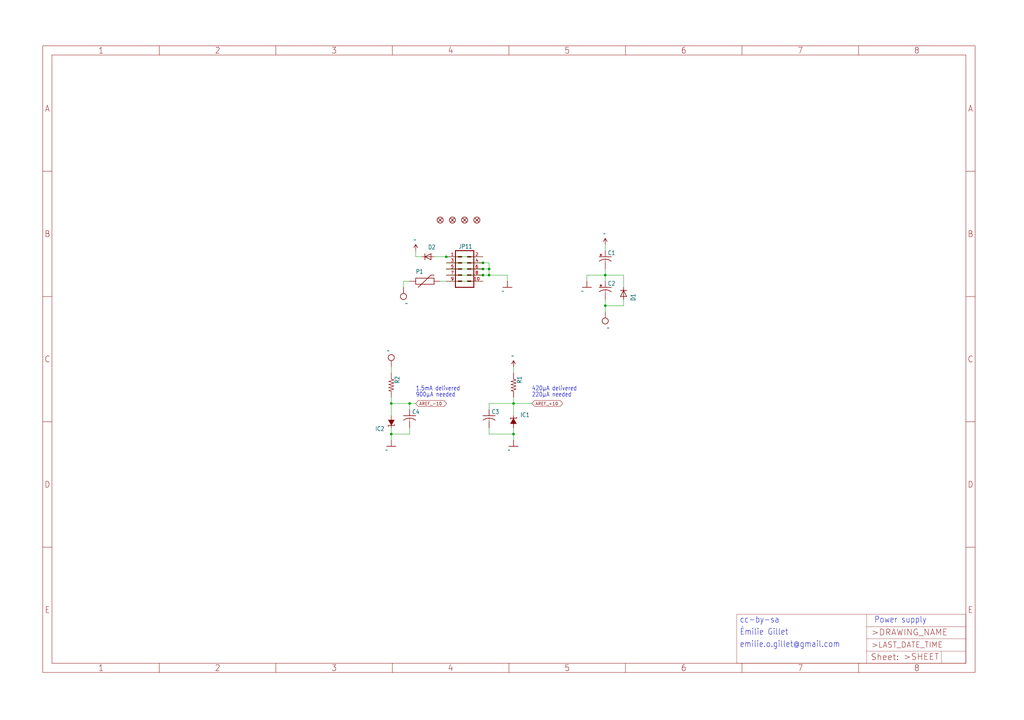
<source format=kicad_sch>
(kicad_sch (version 20211123) (generator eeschema)
  (paper "User" 425.45 299.161)
  (lib_symbols
    (symbol "shelves_v05-eagle-import:A3L-LOC"
      (symbol "A3L-LOC_0_0"
        (polyline (pts (xy 0 52.07) (xy 3.81 52.07)))
        (polyline (pts (xy 0 104.14) (xy 3.81 104.14)))
        (polyline (pts (xy 0 156.21) (xy 3.81 156.21)))
        (polyline (pts (xy 0 208.28) (xy 3.81 208.28)))
        (polyline (pts (xy 3.81 3.81) (xy 3.81 256.54)))
        (polyline (pts (xy 48.4188 0) (xy 48.4188 3.81)))
        (polyline (pts (xy 48.4188 256.54) (xy 48.4188 260.35)))
        (polyline (pts (xy 96.8375 0) (xy 96.8375 3.81)))
        (polyline (pts (xy 96.8375 256.54) (xy 96.8375 260.35)))
        (polyline (pts (xy 145.2563 0) (xy 145.2563 3.81)))
        (polyline (pts (xy 145.2563 256.54) (xy 145.2563 260.35)))
        (polyline (pts (xy 193.675 0) (xy 193.675 3.81)))
        (polyline (pts (xy 193.675 256.54) (xy 193.675 260.35)))
        (polyline (pts (xy 242.0938 0) (xy 242.0938 3.81)))
        (polyline (pts (xy 242.0938 256.54) (xy 242.0938 260.35)))
        (polyline (pts (xy 290.5125 0) (xy 290.5125 3.81)))
        (polyline (pts (xy 290.5125 256.54) (xy 290.5125 260.35)))
        (polyline (pts (xy 338.9313 0) (xy 338.9313 3.81)))
        (polyline (pts (xy 338.9313 256.54) (xy 338.9313 260.35)))
        (polyline (pts (xy 383.54 3.81) (xy 3.81 3.81)))
        (polyline (pts (xy 383.54 3.81) (xy 383.54 256.54)))
        (polyline (pts (xy 383.54 52.07) (xy 387.35 52.07)))
        (polyline (pts (xy 383.54 104.14) (xy 387.35 104.14)))
        (polyline (pts (xy 383.54 156.21) (xy 387.35 156.21)))
        (polyline (pts (xy 383.54 208.28) (xy 387.35 208.28)))
        (polyline (pts (xy 383.54 256.54) (xy 3.81 256.54)))
        (polyline (pts (xy 0 0) (xy 387.35 0) (xy 387.35 260.35) (xy 0 260.35) (xy 0 0)))
        (text "1" (at 24.2094 1.905 0) (effects (font (size 2.54 2.286))))
        (text "1" (at 24.2094 258.445 0) (effects (font (size 2.54 2.286))))
        (text "2" (at 72.6281 1.905 0) (effects (font (size 2.54 2.286))))
        (text "2" (at 72.6281 258.445 0) (effects (font (size 2.54 2.286))))
        (text "3" (at 121.0469 1.905 0) (effects (font (size 2.54 2.286))))
        (text "3" (at 121.0469 258.445 0) (effects (font (size 2.54 2.286))))
        (text "4" (at 169.4656 1.905 0) (effects (font (size 2.54 2.286))))
        (text "4" (at 169.4656 258.445 0) (effects (font (size 2.54 2.286))))
        (text "5" (at 217.8844 1.905 0) (effects (font (size 2.54 2.286))))
        (text "5" (at 217.8844 258.445 0) (effects (font (size 2.54 2.286))))
        (text "6" (at 266.3031 1.905 0) (effects (font (size 2.54 2.286))))
        (text "6" (at 266.3031 258.445 0) (effects (font (size 2.54 2.286))))
        (text "7" (at 314.7219 1.905 0) (effects (font (size 2.54 2.286))))
        (text "7" (at 314.7219 258.445 0) (effects (font (size 2.54 2.286))))
        (text "8" (at 363.1406 1.905 0) (effects (font (size 2.54 2.286))))
        (text "8" (at 363.1406 258.445 0) (effects (font (size 2.54 2.286))))
        (text "A" (at 1.905 234.315 0) (effects (font (size 2.54 2.286))))
        (text "A" (at 385.445 234.315 0) (effects (font (size 2.54 2.286))))
        (text "B" (at 1.905 182.245 0) (effects (font (size 2.54 2.286))))
        (text "B" (at 385.445 182.245 0) (effects (font (size 2.54 2.286))))
        (text "C" (at 1.905 130.175 0) (effects (font (size 2.54 2.286))))
        (text "C" (at 385.445 130.175 0) (effects (font (size 2.54 2.286))))
        (text "D" (at 1.905 78.105 0) (effects (font (size 2.54 2.286))))
        (text "D" (at 385.445 78.105 0) (effects (font (size 2.54 2.286))))
        (text "E" (at 1.905 26.035 0) (effects (font (size 2.54 2.286))))
        (text "E" (at 385.445 26.035 0) (effects (font (size 2.54 2.286))))
      )
      (symbol "A3L-LOC_1_0"
        (polyline (pts (xy 288.29 3.81) (xy 288.29 24.13)) (stroke (width 0.1016)))
        (polyline (pts (xy 288.29 3.81) (xy 342.265 3.81)) (stroke (width 0.1016)))
        (polyline (pts (xy 288.29 24.13) (xy 342.265 24.13)) (stroke (width 0.1016)))
        (polyline (pts (xy 342.265 3.81) (xy 373.38 3.81)) (stroke (width 0.1016)))
        (polyline (pts (xy 342.265 8.89) (xy 342.265 3.81)) (stroke (width 0.1016)))
        (polyline (pts (xy 342.265 8.89) (xy 342.265 13.97)) (stroke (width 0.1016)))
        (polyline (pts (xy 342.265 13.97) (xy 342.265 19.05)) (stroke (width 0.1016)))
        (polyline (pts (xy 342.265 13.97) (xy 383.54 13.97)) (stroke (width 0.1016)))
        (polyline (pts (xy 342.265 19.05) (xy 342.265 24.13)) (stroke (width 0.1016)))
        (polyline (pts (xy 342.265 19.05) (xy 383.54 19.05)) (stroke (width 0.1016)))
        (polyline (pts (xy 342.265 24.13) (xy 383.54 24.13)) (stroke (width 0.1016)))
        (polyline (pts (xy 373.38 3.81) (xy 373.38 8.89)) (stroke (width 0.1016)))
        (polyline (pts (xy 373.38 3.81) (xy 383.54 3.81)) (stroke (width 0.1016)))
        (polyline (pts (xy 373.38 8.89) (xy 342.265 8.89)) (stroke (width 0.1016)))
        (polyline (pts (xy 373.38 8.89) (xy 383.54 8.89)) (stroke (width 0.1016)))
        (polyline (pts (xy 383.54 3.81) (xy 383.54 8.89)) (stroke (width 0.1016)))
        (polyline (pts (xy 383.54 8.89) (xy 383.54 13.97)) (stroke (width 0.1016)))
        (polyline (pts (xy 383.54 13.97) (xy 383.54 19.05)) (stroke (width 0.1016)))
        (polyline (pts (xy 383.54 19.05) (xy 383.54 24.13)) (stroke (width 0.1016)))
        (text ">DRAWING_NAME" (at 344.17 15.24 0) (effects (font (size 2.54 2.54)) (justify left bottom)))
        (text ">LAST_DATE_TIME" (at 344.17 10.16 0) (effects (font (size 2.286 2.286)) (justify left bottom)))
        (text ">SHEET" (at 357.505 5.08 0) (effects (font (size 2.54 2.54)) (justify left bottom)))
        (text "Sheet:" (at 343.916 4.953 0) (effects (font (size 2.54 2.54)) (justify left bottom)))
      )
    )
    (symbol "shelves_v05-eagle-import:C-USC0603"
      (property "Reference" "C" (at 1.016 0.635 0))
      (property "Value" "C-USC0603" (at 1.016 -4.191 0))
      (symbol "C-USC0603_1_0"
        (arc (start 0 -1.0161) (mid -1.302 -1.2303) (end -2.4668 -1.8504) (stroke (width 0.254)))
        (polyline (pts (xy -2.54 0) (xy 2.54 0)) (stroke (width 0.254)))
        (polyline (pts (xy 0 -1.016) (xy 0 -2.54)) (stroke (width 0.1524)))
        (arc (start 2.4892 -1.8542) (mid 1.3158 -1.2195) (end 0 -1) (stroke (width 0.254)))
        (pin passive line (at 0 2.54 270) (length 2.54) (name "1") (number "1"))
        (pin passive line (at 0 -5.08 90) (length 2.54) (name "2") (number "2"))
      )
    )
    (symbol "shelves_v05-eagle-import:CPOL-USC"
      (property "Reference" "C" (at 1.016 0.635 0))
      (property "Value" "CPOL-USC" (at 1.016 -4.191 0))
      (symbol "CPOL-USC_1_0"
        (rectangle (start -2.253 0.668) (end -1.364 0.795) (fill (type outline)))
        (rectangle (start -1.872 0.287) (end -1.745 1.176) (fill (type outline)))
        (arc (start 0 -1.0161) (mid -1.3021 -1.2302) (end -2.4669 -1.8504) (stroke (width 0.254)))
        (polyline (pts (xy -2.54 0) (xy 2.54 0)) (stroke (width 0.254)))
        (polyline (pts (xy 0 -1.016) (xy 0 -2.54)) (stroke (width 0.1524)))
        (arc (start 2.4892 -1.8542) (mid 1.3158 -1.2195) (end 0 -1) (stroke (width 0.254)))
        (pin passive line (at 0 2.54 270) (length 2.54) (name "+") (number "+"))
        (pin passive line (at 0 -5.08 90) (length 2.54) (name "-") (number "-"))
      )
    )
    (symbol "shelves_v05-eagle-import:DIODE-SOD123"
      (property "Reference" "D" (at 2.54 0.4826 0))
      (property "Value" "DIODE-SOD123" (at 2.54 -2.3114 0))
      (symbol "DIODE-SOD123_1_0"
        (polyline (pts (xy -1.27 -1.27) (xy 1.27 0)) (stroke (width 0.254)))
        (polyline (pts (xy -1.27 1.27) (xy -1.27 -1.27)) (stroke (width 0.254)))
        (polyline (pts (xy 1.27 0) (xy -1.27 1.27)) (stroke (width 0.254)))
        (polyline (pts (xy 1.27 0) (xy 1.27 -1.27)) (stroke (width 0.254)))
        (polyline (pts (xy 1.27 1.27) (xy 1.27 0)) (stroke (width 0.254)))
        (pin passive line (at -2.54 0 0) (length 2.54) (name "A") (number "A"))
        (pin passive line (at 2.54 0 180) (length 2.54) (name "C") (number "C"))
      )
    )
    (symbol "shelves_v05-eagle-import:FIDUCIAL1X2"
      (symbol "FIDUCIAL1X2_1_0"
        (polyline (pts (xy -0.762 0.762) (xy 0.762 -0.762)) (stroke (width 0.254)))
        (polyline (pts (xy 0.762 0.762) (xy -0.762 -0.762)) (stroke (width 0.254)))
        (circle (center 0 0) (radius 1.27) (stroke (width 0.254)))
      )
    )
    (symbol "shelves_v05-eagle-import:GND" (power)
      (property "Value" "GND" (at -2.54 -2.54 0))
      (symbol "GND_1_0"
        (polyline (pts (xy -1.905 0) (xy 1.905 0)) (stroke (width 0.254)))
        (pin power_in line (at 0 2.54 270) (length 2.54) (name "GND") (number "1"))
      )
    )
    (symbol "shelves_v05-eagle-import:LM4041DBZ"
      (property "Reference" "IC" (at 2.794 1.905 0))
      (property "Value" "LM4041DBZ" (at 2.794 -0.889 0))
      (symbol "LM4041DBZ_1_0"
        (polyline (pts (xy -1.27 1.524) (xy -1.27 1.143)) (stroke (width 0.254)))
        (polyline (pts (xy 0 1.524) (xy -1.27 1.524)) (stroke (width 0.254)))
        (polyline (pts (xy 1.27 1.524) (xy 0 1.524)) (stroke (width 0.254)))
        (polyline (pts (xy 1.27 1.905) (xy 1.27 1.524)) (stroke (width 0.254)))
        (polyline (pts (xy 0 1.524) (xy -1.27 -0.762) (xy 1.27 -0.762)) (fill (type outline)))
        (pin passive line (at 0 2.54 270) (length 2.54) (name "C") (number "1"))
        (pin passive line (at 0 -2.54 90) (length 2.54) (name "A") (number "2"))
      )
    )
    (symbol "shelves_v05-eagle-import:M05X2PTH"
      (property "Reference" "JP" (at -2.54 8.382 0))
      (property "Value" "M05X2PTH" (at -2.54 -10.16 0))
      (symbol "M05X2PTH_1_0"
        (polyline (pts (xy -3.81 7.62) (xy -3.81 -7.62)) (stroke (width 0.4064)))
        (polyline (pts (xy -3.81 7.62) (xy 3.81 7.62)) (stroke (width 0.4064)))
        (polyline (pts (xy -1.27 -5.08) (xy -2.54 -5.08)) (stroke (width 0.6096)))
        (polyline (pts (xy -1.27 -2.54) (xy -2.54 -2.54)) (stroke (width 0.6096)))
        (polyline (pts (xy -1.27 0) (xy -2.54 0)) (stroke (width 0.6096)))
        (polyline (pts (xy -1.27 2.54) (xy -2.54 2.54)) (stroke (width 0.6096)))
        (polyline (pts (xy -1.27 5.08) (xy -2.54 5.08)) (stroke (width 0.6096)))
        (polyline (pts (xy 1.27 -5.08) (xy 2.54 -5.08)) (stroke (width 0.6096)))
        (polyline (pts (xy 1.27 -2.54) (xy 2.54 -2.54)) (stroke (width 0.6096)))
        (polyline (pts (xy 1.27 0) (xy 2.54 0)) (stroke (width 0.6096)))
        (polyline (pts (xy 1.27 2.54) (xy 2.54 2.54)) (stroke (width 0.6096)))
        (polyline (pts (xy 1.27 5.08) (xy 2.54 5.08)) (stroke (width 0.6096)))
        (polyline (pts (xy 3.81 -7.62) (xy -3.81 -7.62)) (stroke (width 0.4064)))
        (polyline (pts (xy 3.81 -7.62) (xy 3.81 7.62)) (stroke (width 0.4064)))
        (pin passive line (at -7.62 5.08 0) (length 5.08) (name "1") (number "1"))
        (pin passive line (at 7.62 -5.08 180) (length 5.08) (name "10") (number "10"))
        (pin passive line (at 7.62 5.08 180) (length 5.08) (name "2") (number "2"))
        (pin passive line (at -7.62 2.54 0) (length 5.08) (name "3") (number "3"))
        (pin passive line (at 7.62 2.54 180) (length 5.08) (name "4") (number "4"))
        (pin passive line (at -7.62 0 0) (length 5.08) (name "5") (number "5"))
        (pin passive line (at 7.62 0 180) (length 5.08) (name "6") (number "6"))
        (pin passive line (at -7.62 -2.54 0) (length 5.08) (name "7") (number "7"))
        (pin passive line (at 7.62 -2.54 180) (length 5.08) (name "8") (number "8"))
        (pin passive line (at -7.62 -5.08 0) (length 5.08) (name "9") (number "9"))
      )
    )
    (symbol "shelves_v05-eagle-import:PTCSMD"
      (property "Reference" "F" (at -2.54 3.048 0))
      (property "Value" "PTCSMD" (at -3.302 -5.08 0))
      (symbol "PTCSMD_1_0"
        (polyline (pts (xy -2.54 -1.27) (xy -2.54 1.27)) (stroke (width 0.254)))
        (polyline (pts (xy -2.54 1.27) (xy 5.08 1.27)) (stroke (width 0.254)))
        (polyline (pts (xy -1.524 -2.54) (xy 3.81 2.54)) (stroke (width 0.254)))
        (polyline (pts (xy 3.81 2.54) (xy 5.08 2.54)) (stroke (width 0.254)))
        (polyline (pts (xy 5.08 -1.27) (xy -2.54 -1.27)) (stroke (width 0.254)))
        (polyline (pts (xy 5.08 1.27) (xy 5.08 -1.27)) (stroke (width 0.254)))
        (pin bidirectional line (at -5.08 0 0) (length 2.54) (name "1") (number "1"))
        (pin bidirectional line (at 7.62 0 180) (length 2.54) (name "2") (number "2"))
      )
    )
    (symbol "shelves_v05-eagle-import:R-US_R0603"
      (property "Reference" "R" (at -3.81 1.4986 0))
      (property "Value" "R-US_R0603" (at -3.81 -3.302 0))
      (symbol "R-US_R0603_1_0"
        (polyline (pts (xy -2.54 0) (xy -2.159 1.016)) (stroke (width 0.2032)))
        (polyline (pts (xy -2.159 1.016) (xy -1.524 -1.016)) (stroke (width 0.2032)))
        (polyline (pts (xy -1.524 -1.016) (xy -0.889 1.016)) (stroke (width 0.2032)))
        (polyline (pts (xy -0.889 1.016) (xy -0.254 -1.016)) (stroke (width 0.2032)))
        (polyline (pts (xy -0.254 -1.016) (xy 0.381 1.016)) (stroke (width 0.2032)))
        (polyline (pts (xy 0.381 1.016) (xy 1.016 -1.016)) (stroke (width 0.2032)))
        (polyline (pts (xy 1.016 -1.016) (xy 1.651 1.016)) (stroke (width 0.2032)))
        (polyline (pts (xy 1.651 1.016) (xy 2.286 -1.016)) (stroke (width 0.2032)))
        (polyline (pts (xy 2.286 -1.016) (xy 2.54 0)) (stroke (width 0.2032)))
        (pin passive line (at -5.08 0 0) (length 2.54) (name "1") (number "1"))
        (pin passive line (at 5.08 0 180) (length 2.54) (name "2") (number "2"))
      )
    )
    (symbol "shelves_v05-eagle-import:VCC" (power)
      (property "Value" "VCC" (at -1.016 3.556 0))
      (symbol "VCC_1_0"
        (polyline (pts (xy 0 2.54) (xy -0.762 1.27)) (stroke (width 0.254)))
        (polyline (pts (xy 0.762 1.27) (xy 0 2.54)) (stroke (width 0.254)))
        (pin power_in line (at 0 0 90) (length 2.54) (name "VCC") (number "1"))
      )
    )
    (symbol "shelves_v05-eagle-import:VEE" (power)
      (property "Value" "VEE" (at -1.905 3.175 0))
      (symbol "VEE_1_0"
        (circle (center 0 1.27) (radius 1.27) (stroke (width 0.254)))
        (pin power_in line (at 0 -2.54 90) (length 2.54) (name "VEE") (number "1"))
      )
    )
  )
  (junction (at 162.56 180.34))
  (junction (at 251.46 114.3))
  (junction (at 200.66 111.76))
  (junction (at 203.2 111.76))
  (junction (at 213.36 180.34))
  (junction (at 200.66 109.22))
  (junction (at 213.36 167.64))
  (junction (at 170.18 167.64))
  (junction (at 162.56 167.64))
  (junction (at 251.46 127))
  (junction (at 200.66 114.3))
  (junction (at 203.2 114.3))
  (junction (at 185.42 106.68))
  (wire (pts (xy 213.36 180.34) (xy 213.36 177.8)))
  (wire (pts (xy 259.08 114.3) (xy 259.08 119.38)))
  (wire (pts (xy 200.66 111.76) (xy 185.42 111.76)))
  (wire (pts (xy 185.42 116.84) (xy 200.66 116.84)))
  (wire (pts (xy 182.88 116.84) (xy 185.42 116.84)))
  (wire (pts (xy 203.2 177.8) (xy 203.2 180.34)))
  (wire (pts (xy 162.56 154.94) (xy 162.56 152.4)))
  (wire (pts (xy 251.46 111.76) (xy 251.46 114.3)))
  (wire (pts (xy 251.46 104.14) (xy 251.46 101.6)))
  (wire (pts (xy 251.46 114.3) (xy 259.08 114.3)))
  (wire (pts (xy 213.36 154.94) (xy 213.36 152.4)))
  (wire (pts (xy 213.36 167.64) (xy 213.36 165.1)))
  (wire (pts (xy 213.36 172.72) (xy 213.36 167.64)))
  (wire (pts (xy 251.46 127) (xy 259.08 127)))
  (wire (pts (xy 162.56 167.64) (xy 162.56 165.1)))
  (wire (pts (xy 200.66 109.22) (xy 203.2 109.22)))
  (wire (pts (xy 203.2 111.76) (xy 203.2 114.3)))
  (wire (pts (xy 185.42 106.68) (xy 200.66 106.68)))
  (wire (pts (xy 251.46 114.3) (xy 251.46 116.84)))
  (wire (pts (xy 213.36 180.34) (xy 203.2 180.34)))
  (wire (pts (xy 170.18 167.64) (xy 162.56 167.64)))
  (wire (pts (xy 170.18 167.64) (xy 172.72 167.64)))
  (wire (pts (xy 162.56 172.72) (xy 162.56 167.64)))
  (wire (pts (xy 167.64 116.84) (xy 167.64 119.38)))
  (wire (pts (xy 203.2 111.76) (xy 200.66 111.76)))
  (wire (pts (xy 259.08 127) (xy 259.08 124.46)))
  (wire (pts (xy 251.46 124.46) (xy 251.46 127)))
  (wire (pts (xy 162.56 177.8) (xy 162.56 180.34)))
  (wire (pts (xy 172.72 106.68) (xy 172.72 104.14)))
  (wire (pts (xy 203.2 170.18) (xy 203.2 167.64)))
  (wire (pts (xy 251.46 114.3) (xy 243.84 114.3)))
  (wire (pts (xy 162.56 180.34) (xy 170.18 180.34)))
  (wire (pts (xy 213.36 180.34) (xy 213.36 182.88)))
  (wire (pts (xy 180.34 106.68) (xy 185.42 106.68)))
  (wire (pts (xy 213.36 167.64) (xy 220.98 167.64)))
  (wire (pts (xy 170.18 177.8) (xy 170.18 180.34)))
  (wire (pts (xy 203.2 109.22) (xy 203.2 111.76)))
  (wire (pts (xy 170.18 116.84) (xy 167.64 116.84)))
  (wire (pts (xy 172.72 106.68) (xy 175.26 106.68)))
  (wire (pts (xy 200.66 114.3) (xy 203.2 114.3)))
  (wire (pts (xy 210.82 114.3) (xy 210.82 116.84)))
  (wire (pts (xy 162.56 180.34) (xy 162.56 182.88)))
  (wire (pts (xy 251.46 127) (xy 251.46 129.54)))
  (wire (pts (xy 185.42 114.3) (xy 200.66 114.3)))
  (wire (pts (xy 185.42 109.22) (xy 200.66 109.22)))
  (wire (pts (xy 170.18 167.64) (xy 170.18 170.18)))
  (wire (pts (xy 243.84 114.3) (xy 243.84 116.84)))
  (wire (pts (xy 203.2 114.3) (xy 210.82 114.3)))
  (wire (pts (xy 203.2 167.64) (xy 213.36 167.64)))
  (text "Émilie Gillet" (at 307.34 264.16 180) (effects (font (size 2.54 2.159)) (justify left bottom)))
  (text "420µA delivered" (at 220.98 162.56 180) (effects (font (size 1.778 1.5113)) (justify left bottom)))
  (text "900µA needed" (at 172.72 165.1 180) (effects (font (size 1.778 1.5113)) (justify left bottom)))
  (text "220µA needed" (at 220.98 165.1 180) (effects (font (size 1.778 1.5113)) (justify left bottom)))
  (text "emilie.o.gillet@gmail.com" (at 307.34 269.24 180) (effects (font (size 2.54 2.159)) (justify left bottom)))
  (text "Power supply" (at 363.22 259.08 180) (effects (font (size 2.54 2.159)) (justify left bottom)))
  (text "cc-by-sa" (at 307.34 259.08 180) (effects (font (size 2.54 2.159)) (justify left bottom)))
  (text "1.5mA delivered" (at 172.72 162.56 180) (effects (font (size 1.778 1.5113)) (justify left bottom)))
  (global_label "AREF_+10" (shape bidirectional) (at 220.98 167.64 0) (effects (font (size 1.2446 1.2446))) (property "Intersheet References" "${INTERSHEET_REFS}" (effects hide)))
  (global_label "AREF_-10" (shape bidirectional) (at 172.72 167.64 0) (effects (font (size 1.2446 1.2446))) (property "Intersheet References" "${INTERSHEET_REFS}" (effects hide)))
  (symbol (lib_id "shelves_v05-eagle-import:GND") (at 243.84 119.38 0) (unit 1)
    (property "Reference" "#GND24" (effects hide))
  )
  (symbol (lib_id "shelves_v05-eagle-import:FIDUCIAL1X2") (at 187.96 91.44 0) (unit 1)
    (property "Reference" "JP4" (effects hide))
  )
  (symbol (lib_id "shelves_v05-eagle-import:CPOL-USC") (at 251.46 119.38 0) (unit 1)
    (property "Reference" "C2" (at 252.476 118.745 0) (effects (font (size 1.778 1.5113)) (justify left bottom)))
  )
  (symbol (lib_id "shelves_v05-eagle-import:VCC") (at 172.72 104.14 0) (unit 1)
    (property "Reference" "#P+2" (effects hide))
  )
  (symbol (lib_id "shelves_v05-eagle-import:GND") (at 162.56 185.42 0) (unit 1)
    (property "Reference" "#GND69" (effects hide))
  )
  (symbol (lib_id "shelves_v05-eagle-import:VEE") (at 167.64 121.92 180) (unit 1)
    (property "Reference" "#SUPPLY2" (effects hide))
  )
  (symbol (lib_id "shelves_v05-eagle-import:DIODE-SOD123") (at 177.8 106.68 180) (unit 1)
    (property "Reference" "D2" (at 177.8 103.6574 0) (effects (font (size 1.778 1.5113)) (justify right top)))
  )
  (symbol (lib_id "shelves_v05-eagle-import:VCC") (at 251.46 101.6 0) (unit 1)
    (property "Reference" "#P+3" (effects hide))
  )
  (symbol (lib_id "shelves_v05-eagle-import:C-USC0603") (at 203.2 172.72 0) (unit 1)
    (property "Reference" "C3" (at 204.216 172.085 0) (effects (font (size 1.778 1.5113)) (justify left bottom)))
  )
  (symbol (lib_id "shelves_v05-eagle-import:CPOL-USC") (at 251.46 106.68 0) (unit 1)
    (property "Reference" "C1" (at 252.476 106.045 0) (effects (font (size 1.778 1.5113)) (justify left bottom)))
  )
  (symbol (lib_id "shelves_v05-eagle-import:R-US_R0603") (at 162.56 160.02 270) (unit 1)
    (property "Reference" "R2" (at 164.0586 156.21 0) (effects (font (size 1.778 1.5113)) (justify left bottom)))
  )
  (symbol (lib_id "shelves_v05-eagle-import:M05X2PTH") (at 193.04 111.76 0) (unit 1)
    (property "Reference" "JP11" (at 190.5 103.378 0) (effects (font (size 1.778 1.5113)) (justify left bottom)))
  )
  (symbol (lib_id "shelves_v05-eagle-import:FIDUCIAL1X2") (at 182.88 91.44 0) (unit 1)
    (property "Reference" "JP3" (effects hide))
  )
  (symbol (lib_id "shelves_v05-eagle-import:FIDUCIAL1X2") (at 193.04 91.44 0) (unit 1)
    (property "Reference" "JP2" (effects hide))
  )
  (symbol (lib_id "shelves_v05-eagle-import:VEE") (at 251.46 132.08 180) (unit 1)
    (property "Reference" "#SUPPLY3" (effects hide))
  )
  (symbol (lib_id "shelves_v05-eagle-import:LM4041DBZ") (at 213.36 175.26 0) (unit 1)
    (property "Reference" "IC1" (at 216.154 173.355 0) (effects (font (size 1.778 1.5113)) (justify left bottom)))
  )
  (symbol (lib_id "shelves_v05-eagle-import:PTCSMD") (at 175.26 116.84 0) (unit 1)
    (property "Reference" "P1" (at 172.72 113.792 0) (effects (font (size 1.778 1.5113)) (justify left bottom)))
  )
  (symbol (lib_id "shelves_v05-eagle-import:GND") (at 210.82 119.38 0) (unit 1)
    (property "Reference" "#GND23" (effects hide))
  )
  (symbol (lib_id "shelves_v05-eagle-import:LM4041DBZ") (at 162.56 175.26 180) (unit 1)
    (property "Reference" "IC2" (at 159.766 177.165 0) (effects (font (size 1.778 1.5113)) (justify left bottom)))
  )
  (symbol (lib_id "shelves_v05-eagle-import:C-USC0603") (at 170.18 172.72 0) (unit 1)
    (property "Reference" "C4" (at 171.196 172.085 0) (effects (font (size 1.778 1.5113)) (justify left bottom)))
  )
  (symbol (lib_id "shelves_v05-eagle-import:GND") (at 213.36 185.42 0) (unit 1)
    (property "Reference" "#GND43" (effects hide))
  )
  (symbol (lib_id "shelves_v05-eagle-import:A3L-LOC") (at 17.78 279.4 0) (unit 1)
    (property "Reference" "#FRAME2" (effects hide))
  )
  (symbol (lib_id "shelves_v05-eagle-import:DIODE-SOD123") (at 259.08 121.92 90) (unit 1)
    (property "Reference" "D1" (at 262.1026 121.92 0) (effects (font (size 1.778 1.5113)) (justify right top)))
  )
  (symbol (lib_id "shelves_v05-eagle-import:VEE") (at 162.56 149.86 0) (unit 1)
    (property "Reference" "#SUPPLY1" (effects hide))
  )
  (symbol (lib_id "shelves_v05-eagle-import:R-US_R0603") (at 213.36 160.02 270) (unit 1)
    (property "Reference" "R1" (at 214.8586 156.21 0) (effects (font (size 1.778 1.5113)) (justify left bottom)))
  )
  (symbol (lib_id "shelves_v05-eagle-import:FIDUCIAL1X2") (at 198.12 91.44 0) (unit 1)
    (property "Reference" "JP1" (effects hide))
  )
  (symbol (lib_id "shelves_v05-eagle-import:VCC") (at 213.36 152.4 0) (unit 1)
    (property "Reference" "#P+4" (effects hide))
  )
)
</source>
